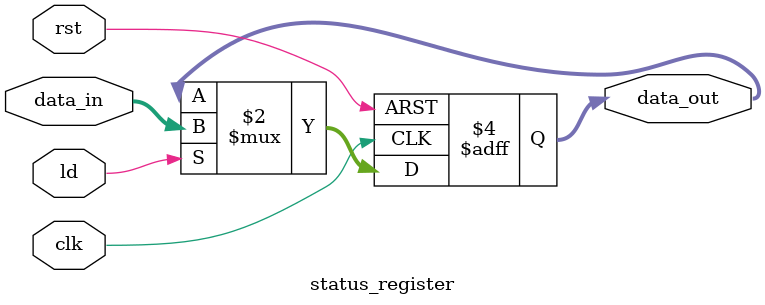
<source format=v>

module status_register (
    input clk, rst, ld,
    input [3:0] data_in,
    output reg [3:0] data_out
);
	always@(negedge clk, posedge rst) 
	begin
		if (rst) data_out <= 0;
		else if (ld) data_out <= data_in;
	end
	
endmodule
</source>
